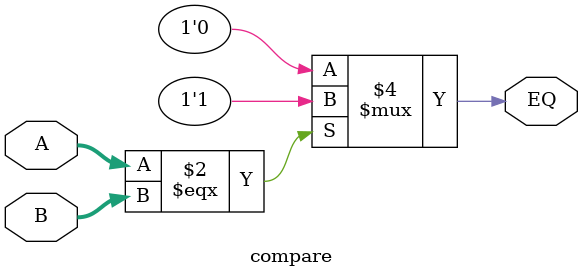
<source format=sv>
module compare (
  input  logic [7:0] A,
  input  logic [7:0] B,
  output logic     EQ
);

    // Notes:
    // Logical Equality: ==
    // This operator compares two values but treats any bits that are X or Z as “don’t care” 

    // Case Equality: ===
    // This operator does an exact comparison.


  // Combinational logic to compare A and B
  always_comb begin
    `ifdef LOGICAL_EQUALITY
    if (A == B)
    `else
    if (A === B)
    `endif
      EQ = 1'b1;
    else
      EQ = 1'b0;
  end


endmodule

</source>
